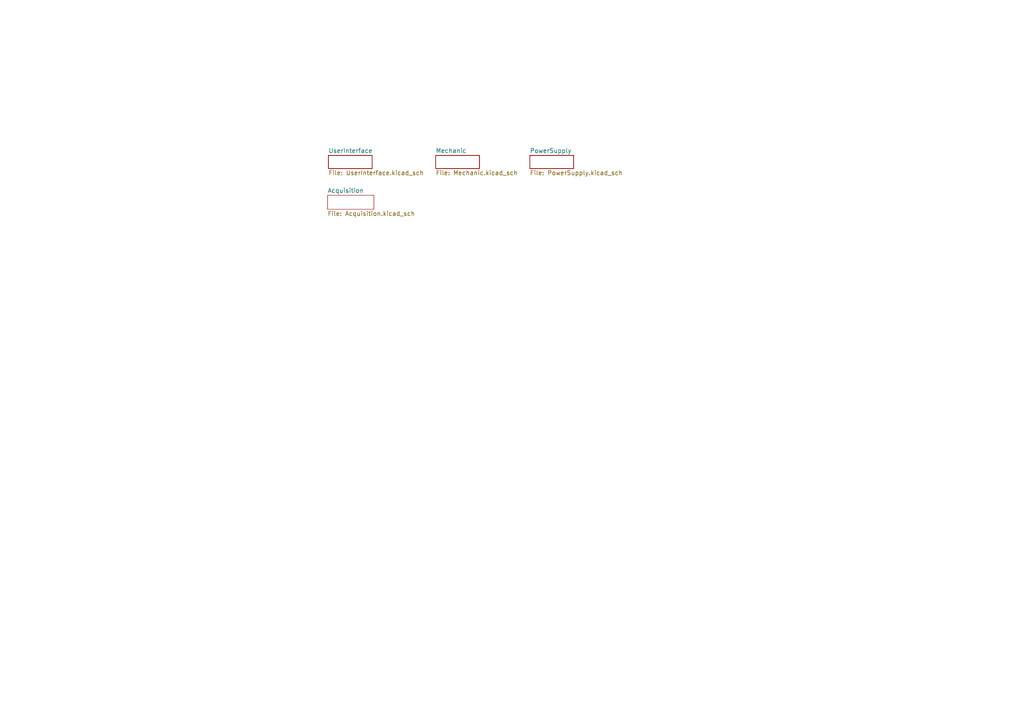
<source format=kicad_sch>
(kicad_sch (version 20210621) (generator eeschema)
  (paper "A4")
  (lib_symbols)
  (sheet (at 94.996 56.642) (size 13.462 4.064) (stroke (width 0.0006))
    (property "Sheet name" "Acquisition" (at 94.996 56.0063 0) (effects (justify left bottom)))
    (property "Sheet file" "Acquisition.kicad_sch" (at 94.996 61.2147 0) (effects (justify left top)))
  )
  (sheet (at 126.365 45.085) (size 12.7 3.81)
    (property "Sheet name" "Mechanic" (at 126.365 44.4495 0) (effects (justify left bottom)))
    (property "Sheet file" "Mechanic.kicad_sch" (at 126.365 49.4035 0) (effects (justify left top)))
  )
  (sheet (at 153.67 45.085) (size 12.7 3.81)
    (property "Sheet name" "PowerSupply" (at 153.67 44.4495 0) (effects (justify left bottom)))
    (property "Sheet file" "PowerSupply.kicad_sch" (at 153.67 49.4035 0) (effects (justify left top)))
  )
  (sheet (at 95.25 45.085) (size 12.7 3.81)
    (property "Sheet name" "UserInterface" (at 95.25 44.4495 0) (effects (justify left bottom)))
    (property "Sheet file" "UserInterface.kicad_sch" (at 95.25 49.4035 0) (effects (justify left top)))
  )
)
</source>
